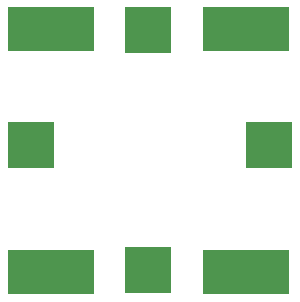
<source format=gbr>
%TF.GenerationSoftware,KiCad,Pcbnew,(5.1.10)-1*%
%TF.CreationDate,2023-05-11T10:09:18-05:00*%
%TF.ProjectId,perovskite_router,7065726f-7673-46b6-9974-655f726f7574,rev?*%
%TF.SameCoordinates,Original*%
%TF.FileFunction,Paste,Top*%
%TF.FilePolarity,Positive*%
%FSLAX46Y46*%
G04 Gerber Fmt 4.6, Leading zero omitted, Abs format (unit mm)*
G04 Created by KiCad (PCBNEW (5.1.10)-1) date 2023-05-11 10:09:18*
%MOMM*%
%LPD*%
G01*
G04 APERTURE LIST*
%ADD10R,4.000000X4.000000*%
%ADD11R,7.400000X3.800000*%
G04 APERTURE END LIST*
D10*
%TO.C,U1*%
X159652000Y-85646000D03*
X139452000Y-85646000D03*
X149352000Y-96246000D03*
X149402000Y-75946000D03*
D11*
X141202000Y-96446000D03*
X157652000Y-96446000D03*
X157652000Y-75846000D03*
X141202000Y-75846000D03*
%TD*%
M02*

</source>
